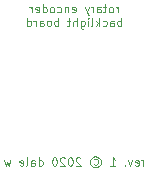
<source format=gbr>
%TF.GenerationSoftware,KiCad,Pcbnew,(5.1.6)-1*%
%TF.CreationDate,2020-07-27T22:26:39+01:00*%
%TF.ProjectId,enc-led,656e632d-6c65-4642-9e6b-696361645f70,rev?*%
%TF.SameCoordinates,Original*%
%TF.FileFunction,Legend,Bot*%
%TF.FilePolarity,Positive*%
%FSLAX46Y46*%
G04 Gerber Fmt 4.6, Leading zero omitted, Abs format (unit mm)*
G04 Created by KiCad (PCBNEW (5.1.6)-1) date 2020-07-27 22:26:39*
%MOMM*%
%LPD*%
G01*
G04 APERTURE LIST*
%ADD10C,0.100000*%
G04 APERTURE END LIST*
D10*
X31700000Y-21541666D02*
X31700000Y-21075000D01*
X31700000Y-21208333D02*
X31666666Y-21141666D01*
X31633333Y-21108333D01*
X31566666Y-21075000D01*
X31500000Y-21075000D01*
X31166666Y-21541666D02*
X31233333Y-21508333D01*
X31266666Y-21475000D01*
X31300000Y-21408333D01*
X31300000Y-21208333D01*
X31266666Y-21141666D01*
X31233333Y-21108333D01*
X31166666Y-21075000D01*
X31066666Y-21075000D01*
X31000000Y-21108333D01*
X30966666Y-21141666D01*
X30933333Y-21208333D01*
X30933333Y-21408333D01*
X30966666Y-21475000D01*
X31000000Y-21508333D01*
X31066666Y-21541666D01*
X31166666Y-21541666D01*
X30733333Y-21075000D02*
X30466666Y-21075000D01*
X30633333Y-20841666D02*
X30633333Y-21441666D01*
X30600000Y-21508333D01*
X30533333Y-21541666D01*
X30466666Y-21541666D01*
X29933333Y-21541666D02*
X29933333Y-21175000D01*
X29966666Y-21108333D01*
X30033333Y-21075000D01*
X30166666Y-21075000D01*
X30233333Y-21108333D01*
X29933333Y-21508333D02*
X30000000Y-21541666D01*
X30166666Y-21541666D01*
X30233333Y-21508333D01*
X30266666Y-21441666D01*
X30266666Y-21375000D01*
X30233333Y-21308333D01*
X30166666Y-21275000D01*
X30000000Y-21275000D01*
X29933333Y-21241666D01*
X29600000Y-21541666D02*
X29600000Y-21075000D01*
X29600000Y-21208333D02*
X29566666Y-21141666D01*
X29533333Y-21108333D01*
X29466666Y-21075000D01*
X29400000Y-21075000D01*
X29233333Y-21075000D02*
X29066666Y-21541666D01*
X28900000Y-21075000D02*
X29066666Y-21541666D01*
X29133333Y-21708333D01*
X29166666Y-21741666D01*
X29233333Y-21775000D01*
X27833333Y-21508333D02*
X27900000Y-21541666D01*
X28033333Y-21541666D01*
X28100000Y-21508333D01*
X28133333Y-21441666D01*
X28133333Y-21175000D01*
X28100000Y-21108333D01*
X28033333Y-21075000D01*
X27900000Y-21075000D01*
X27833333Y-21108333D01*
X27800000Y-21175000D01*
X27800000Y-21241666D01*
X28133333Y-21308333D01*
X27500000Y-21075000D02*
X27500000Y-21541666D01*
X27500000Y-21141666D02*
X27466666Y-21108333D01*
X27400000Y-21075000D01*
X27300000Y-21075000D01*
X27233333Y-21108333D01*
X27200000Y-21175000D01*
X27200000Y-21541666D01*
X26566666Y-21508333D02*
X26633333Y-21541666D01*
X26766666Y-21541666D01*
X26833333Y-21508333D01*
X26866666Y-21475000D01*
X26900000Y-21408333D01*
X26900000Y-21208333D01*
X26866666Y-21141666D01*
X26833333Y-21108333D01*
X26766666Y-21075000D01*
X26633333Y-21075000D01*
X26566666Y-21108333D01*
X26166666Y-21541666D02*
X26233333Y-21508333D01*
X26266666Y-21475000D01*
X26300000Y-21408333D01*
X26300000Y-21208333D01*
X26266666Y-21141666D01*
X26233333Y-21108333D01*
X26166666Y-21075000D01*
X26066666Y-21075000D01*
X26000000Y-21108333D01*
X25966666Y-21141666D01*
X25933333Y-21208333D01*
X25933333Y-21408333D01*
X25966666Y-21475000D01*
X26000000Y-21508333D01*
X26066666Y-21541666D01*
X26166666Y-21541666D01*
X25333333Y-21541666D02*
X25333333Y-20841666D01*
X25333333Y-21508333D02*
X25400000Y-21541666D01*
X25533333Y-21541666D01*
X25600000Y-21508333D01*
X25633333Y-21475000D01*
X25666666Y-21408333D01*
X25666666Y-21208333D01*
X25633333Y-21141666D01*
X25600000Y-21108333D01*
X25533333Y-21075000D01*
X25400000Y-21075000D01*
X25333333Y-21108333D01*
X24733333Y-21508333D02*
X24800000Y-21541666D01*
X24933333Y-21541666D01*
X25000000Y-21508333D01*
X25033333Y-21441666D01*
X25033333Y-21175000D01*
X25000000Y-21108333D01*
X24933333Y-21075000D01*
X24800000Y-21075000D01*
X24733333Y-21108333D01*
X24700000Y-21175000D01*
X24700000Y-21241666D01*
X25033333Y-21308333D01*
X24400000Y-21541666D02*
X24400000Y-21075000D01*
X24400000Y-21208333D02*
X24366666Y-21141666D01*
X24333333Y-21108333D01*
X24266666Y-21075000D01*
X24200000Y-21075000D01*
X31983333Y-22691666D02*
X31983333Y-21991666D01*
X31983333Y-22258333D02*
X31916666Y-22225000D01*
X31783333Y-22225000D01*
X31716666Y-22258333D01*
X31683333Y-22291666D01*
X31650000Y-22358333D01*
X31650000Y-22558333D01*
X31683333Y-22625000D01*
X31716666Y-22658333D01*
X31783333Y-22691666D01*
X31916666Y-22691666D01*
X31983333Y-22658333D01*
X31050000Y-22691666D02*
X31050000Y-22325000D01*
X31083333Y-22258333D01*
X31150000Y-22225000D01*
X31283333Y-22225000D01*
X31350000Y-22258333D01*
X31050000Y-22658333D02*
X31116666Y-22691666D01*
X31283333Y-22691666D01*
X31350000Y-22658333D01*
X31383333Y-22591666D01*
X31383333Y-22525000D01*
X31350000Y-22458333D01*
X31283333Y-22425000D01*
X31116666Y-22425000D01*
X31050000Y-22391666D01*
X30416666Y-22658333D02*
X30483333Y-22691666D01*
X30616666Y-22691666D01*
X30683333Y-22658333D01*
X30716666Y-22625000D01*
X30750000Y-22558333D01*
X30750000Y-22358333D01*
X30716666Y-22291666D01*
X30683333Y-22258333D01*
X30616666Y-22225000D01*
X30483333Y-22225000D01*
X30416666Y-22258333D01*
X30116666Y-22691666D02*
X30116666Y-21991666D01*
X30050000Y-22425000D02*
X29850000Y-22691666D01*
X29850000Y-22225000D02*
X30116666Y-22491666D01*
X29450000Y-22691666D02*
X29516666Y-22658333D01*
X29550000Y-22591666D01*
X29550000Y-21991666D01*
X29183333Y-22691666D02*
X29183333Y-22225000D01*
X29183333Y-21991666D02*
X29216666Y-22025000D01*
X29183333Y-22058333D01*
X29150000Y-22025000D01*
X29183333Y-21991666D01*
X29183333Y-22058333D01*
X28550000Y-22225000D02*
X28550000Y-22791666D01*
X28583333Y-22858333D01*
X28616666Y-22891666D01*
X28683333Y-22925000D01*
X28783333Y-22925000D01*
X28850000Y-22891666D01*
X28550000Y-22658333D02*
X28616666Y-22691666D01*
X28750000Y-22691666D01*
X28816666Y-22658333D01*
X28850000Y-22625000D01*
X28883333Y-22558333D01*
X28883333Y-22358333D01*
X28850000Y-22291666D01*
X28816666Y-22258333D01*
X28750000Y-22225000D01*
X28616666Y-22225000D01*
X28550000Y-22258333D01*
X28216666Y-22691666D02*
X28216666Y-21991666D01*
X27916666Y-22691666D02*
X27916666Y-22325000D01*
X27950000Y-22258333D01*
X28016666Y-22225000D01*
X28116666Y-22225000D01*
X28183333Y-22258333D01*
X28216666Y-22291666D01*
X27683333Y-22225000D02*
X27416666Y-22225000D01*
X27583333Y-21991666D02*
X27583333Y-22591666D01*
X27550000Y-22658333D01*
X27483333Y-22691666D01*
X27416666Y-22691666D01*
X26650000Y-22691666D02*
X26650000Y-21991666D01*
X26650000Y-22258333D02*
X26583333Y-22225000D01*
X26450000Y-22225000D01*
X26383333Y-22258333D01*
X26350000Y-22291666D01*
X26316666Y-22358333D01*
X26316666Y-22558333D01*
X26350000Y-22625000D01*
X26383333Y-22658333D01*
X26450000Y-22691666D01*
X26583333Y-22691666D01*
X26650000Y-22658333D01*
X25916666Y-22691666D02*
X25983333Y-22658333D01*
X26016666Y-22625000D01*
X26050000Y-22558333D01*
X26050000Y-22358333D01*
X26016666Y-22291666D01*
X25983333Y-22258333D01*
X25916666Y-22225000D01*
X25816666Y-22225000D01*
X25750000Y-22258333D01*
X25716666Y-22291666D01*
X25683333Y-22358333D01*
X25683333Y-22558333D01*
X25716666Y-22625000D01*
X25750000Y-22658333D01*
X25816666Y-22691666D01*
X25916666Y-22691666D01*
X25083333Y-22691666D02*
X25083333Y-22325000D01*
X25116666Y-22258333D01*
X25183333Y-22225000D01*
X25316666Y-22225000D01*
X25383333Y-22258333D01*
X25083333Y-22658333D02*
X25150000Y-22691666D01*
X25316666Y-22691666D01*
X25383333Y-22658333D01*
X25416666Y-22591666D01*
X25416666Y-22525000D01*
X25383333Y-22458333D01*
X25316666Y-22425000D01*
X25150000Y-22425000D01*
X25083333Y-22391666D01*
X24750000Y-22691666D02*
X24750000Y-22225000D01*
X24750000Y-22358333D02*
X24716666Y-22291666D01*
X24683333Y-22258333D01*
X24616666Y-22225000D01*
X24550000Y-22225000D01*
X24016666Y-22691666D02*
X24016666Y-21991666D01*
X24016666Y-22658333D02*
X24083333Y-22691666D01*
X24216666Y-22691666D01*
X24283333Y-22658333D01*
X24316666Y-22625000D01*
X24350000Y-22558333D01*
X24350000Y-22358333D01*
X24316666Y-22291666D01*
X24283333Y-22258333D01*
X24216666Y-22225000D01*
X24083333Y-22225000D01*
X24016666Y-22258333D01*
X33866666Y-34516666D02*
X33866666Y-34050000D01*
X33866666Y-34183333D02*
X33833333Y-34116666D01*
X33800000Y-34083333D01*
X33733333Y-34050000D01*
X33666666Y-34050000D01*
X33166666Y-34483333D02*
X33233333Y-34516666D01*
X33366666Y-34516666D01*
X33433333Y-34483333D01*
X33466666Y-34416666D01*
X33466666Y-34150000D01*
X33433333Y-34083333D01*
X33366666Y-34050000D01*
X33233333Y-34050000D01*
X33166666Y-34083333D01*
X33133333Y-34150000D01*
X33133333Y-34216666D01*
X33466666Y-34283333D01*
X32900000Y-34050000D02*
X32733333Y-34516666D01*
X32566666Y-34050000D01*
X32300000Y-34450000D02*
X32266666Y-34483333D01*
X32300000Y-34516666D01*
X32333333Y-34483333D01*
X32300000Y-34450000D01*
X32300000Y-34516666D01*
X31066666Y-34516666D02*
X31466666Y-34516666D01*
X31266666Y-34516666D02*
X31266666Y-33816666D01*
X31333333Y-33916666D01*
X31400000Y-33983333D01*
X31466666Y-34016666D01*
X29666666Y-33983333D02*
X29733333Y-33950000D01*
X29866666Y-33950000D01*
X29933333Y-33983333D01*
X30000000Y-34050000D01*
X30033333Y-34116666D01*
X30033333Y-34250000D01*
X30000000Y-34316666D01*
X29933333Y-34383333D01*
X29866666Y-34416666D01*
X29733333Y-34416666D01*
X29666666Y-34383333D01*
X29800000Y-33716666D02*
X29966666Y-33750000D01*
X30133333Y-33850000D01*
X30233333Y-34016666D01*
X30266666Y-34183333D01*
X30233333Y-34350000D01*
X30133333Y-34516666D01*
X29966666Y-34616666D01*
X29800000Y-34650000D01*
X29633333Y-34616666D01*
X29466666Y-34516666D01*
X29366666Y-34350000D01*
X29333333Y-34183333D01*
X29366666Y-34016666D01*
X29466666Y-33850000D01*
X29633333Y-33750000D01*
X29800000Y-33716666D01*
X28533333Y-33883333D02*
X28500000Y-33850000D01*
X28433333Y-33816666D01*
X28266666Y-33816666D01*
X28200000Y-33850000D01*
X28166666Y-33883333D01*
X28133333Y-33950000D01*
X28133333Y-34016666D01*
X28166666Y-34116666D01*
X28566666Y-34516666D01*
X28133333Y-34516666D01*
X27700000Y-33816666D02*
X27633333Y-33816666D01*
X27566666Y-33850000D01*
X27533333Y-33883333D01*
X27500000Y-33950000D01*
X27466666Y-34083333D01*
X27466666Y-34250000D01*
X27500000Y-34383333D01*
X27533333Y-34450000D01*
X27566666Y-34483333D01*
X27633333Y-34516666D01*
X27700000Y-34516666D01*
X27766666Y-34483333D01*
X27800000Y-34450000D01*
X27833333Y-34383333D01*
X27866666Y-34250000D01*
X27866666Y-34083333D01*
X27833333Y-33950000D01*
X27800000Y-33883333D01*
X27766666Y-33850000D01*
X27700000Y-33816666D01*
X27200000Y-33883333D02*
X27166666Y-33850000D01*
X27100000Y-33816666D01*
X26933333Y-33816666D01*
X26866666Y-33850000D01*
X26833333Y-33883333D01*
X26800000Y-33950000D01*
X26800000Y-34016666D01*
X26833333Y-34116666D01*
X27233333Y-34516666D01*
X26800000Y-34516666D01*
X26366666Y-33816666D02*
X26299999Y-33816666D01*
X26233333Y-33850000D01*
X26199999Y-33883333D01*
X26166666Y-33950000D01*
X26133333Y-34083333D01*
X26133333Y-34250000D01*
X26166666Y-34383333D01*
X26199999Y-34450000D01*
X26233333Y-34483333D01*
X26299999Y-34516666D01*
X26366666Y-34516666D01*
X26433333Y-34483333D01*
X26466666Y-34450000D01*
X26499999Y-34383333D01*
X26533333Y-34250000D01*
X26533333Y-34083333D01*
X26499999Y-33950000D01*
X26466666Y-33883333D01*
X26433333Y-33850000D01*
X26366666Y-33816666D01*
X24999999Y-34516666D02*
X24999999Y-33816666D01*
X24999999Y-34483333D02*
X25066666Y-34516666D01*
X25199999Y-34516666D01*
X25266666Y-34483333D01*
X25299999Y-34450000D01*
X25333333Y-34383333D01*
X25333333Y-34183333D01*
X25299999Y-34116666D01*
X25266666Y-34083333D01*
X25199999Y-34050000D01*
X25066666Y-34050000D01*
X24999999Y-34083333D01*
X24366666Y-34516666D02*
X24366666Y-34150000D01*
X24399999Y-34083333D01*
X24466666Y-34050000D01*
X24599999Y-34050000D01*
X24666666Y-34083333D01*
X24366666Y-34483333D02*
X24433333Y-34516666D01*
X24599999Y-34516666D01*
X24666666Y-34483333D01*
X24699999Y-34416666D01*
X24699999Y-34350000D01*
X24666666Y-34283333D01*
X24599999Y-34250000D01*
X24433333Y-34250000D01*
X24366666Y-34216666D01*
X23933333Y-34516666D02*
X24000000Y-34483333D01*
X24033333Y-34416666D01*
X24033333Y-33816666D01*
X23400000Y-34483333D02*
X23466666Y-34516666D01*
X23600000Y-34516666D01*
X23666666Y-34483333D01*
X23700000Y-34416666D01*
X23700000Y-34150000D01*
X23666666Y-34083333D01*
X23600000Y-34050000D01*
X23466666Y-34050000D01*
X23400000Y-34083333D01*
X23366666Y-34150000D01*
X23366666Y-34216666D01*
X23700000Y-34283333D01*
X22600000Y-34050000D02*
X22466666Y-34516666D01*
X22333333Y-34183333D01*
X22200000Y-34516666D01*
X22066666Y-34050000D01*
M02*

</source>
